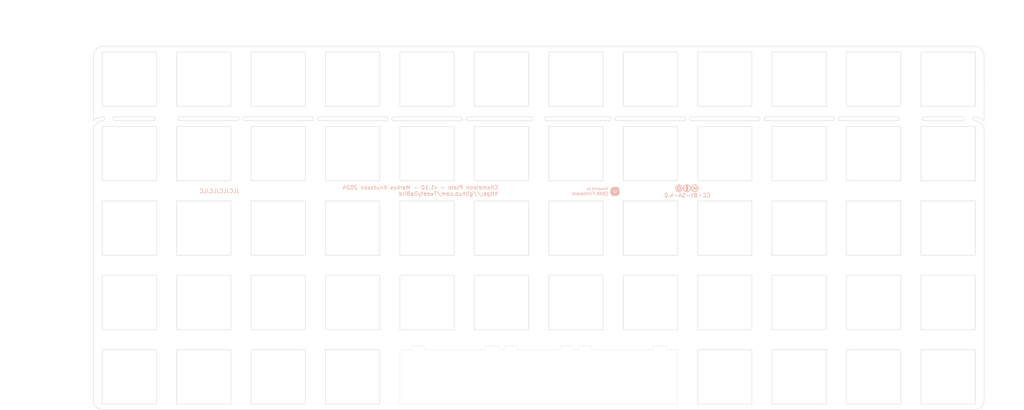
<source format=kicad_pcb>
(kicad_pcb (version 20240108) (generator "pcbnew") (generator_version "8.0")
  (title_block (title "Chameleon Plate") (date "2024-03-19") (rev "v1.10") (company "Tweety's Wild Thinking") (comment 1 "Markus Knutsson <markus.knutsson@tweety.se>") (comment 2 "https://github.com/TweetyDaBird") (comment 3 "Licensed under Creative Commons BY-SA 4.0 International "))
  (layers (0 "F.Cu" signal) (31 "B.Cu" signal) (34 "B.Paste" user) (35 "F.Paste" user) (36 "B.SilkS" user "B.Silkscreen") (37 "F.SilkS" user "F.Silkscreen") (38 "B.Mask" user) (39 "F.Mask" user) (44 "Edge.Cuts" user))
  (net 0 "")
  (footprint "Keyboard_Plate:SW_MX_Plate_Placeholder_nodrill_NOBORDER_13,9" (layer "F.Cu") (at 66.18 92.08)
    (property "Reference" "SW26" (hide yes))
    (property "Value" "~" (hide yes))
    (fp_line (start -6.95 -6.95) (end -6.95 6.95) (stroke (width 0.1)) (layer "Edge.Cuts"))
    (fp_line (start -6.95 6.95) (end 6.95 6.95) (stroke (width 0.1)) (layer "Edge.Cuts"))
    (fp_line (start 6.95 -6.95) (end -6.95 -6.95) (stroke (width 0.1)) (layer "Edge.Cuts"))
    (fp_line (start 6.95 6.95) (end 6.95 -6.95) (stroke (width 0.1)) (layer "Edge.Cuts"))
  )
  (footprint "Keyboard Common:Spacer PCB hole" (layer "F.Cu") (at 56.655 63.505)
    (property "Reference" "H6" (hide yes))
    (property "Value" "Spacer_PCB" (hide yes))
    (pad "" np_thru_hole circle (at 0 0) (size 3.7 3.7) (drill 3.7) (layers "*.Cu" "*.Mask"))
  )
  (footprint "Keyboard_Plate:SW_MX_Plate_Placeholder_nodrill_NOBORDER_13,9" (layer "F.Cu") (at 218.58 73.03)
    (property "Reference" "SW22" (hide yes))
    (property "Value" "~" (hide yes))
    (fp_line (start -6.95 -6.95) (end -6.95 6.95) (stroke (width 0.1)) (layer "Edge.Cuts"))
    (fp_line (start -6.95 6.95) (end 6.95 6.95) (stroke (width 0.1)) (layer "Edge.Cuts"))
    (fp_line (start 6.95 -6.95) (end -6.95 -6.95) (stroke (width 0.1)) (layer "Edge.Cuts"))
    (fp_line (start 6.95 6.95) (end 6.95 -6.95) (stroke (width 0.1)) (layer "Edge.Cuts"))
  )
  (footprint "Keyboard_Plate:SW_MX_Plate_Placeholder_nodrill_NOBORDER_13,9" (layer "F.Cu") (at 218.58 53.98)
    (property "Reference" "SW10" (hide yes))
    (property "Value" "~" (hide yes))
    (fp_line (start -6.95 -6.95) (end -6.95 6.95) (stroke (width 0.1)) (layer "Edge.Cuts"))
    (fp_line (start -6.95 6.95) (end 6.95 6.95) (stroke (width 0.1)) (layer "Edge.Cuts"))
    (fp_line (start 6.95 -6.95) (end -6.95 -6.95) (stroke (width 0.1)) (layer "Edge.Cuts"))
    (fp_line (start 6.95 6.95) (end 6.95 -6.95) (stroke (width 0.1)) (layer "Edge.Cuts"))
  )
  (footprint "Keyboard_Plate:SW_MX_Plate_Placeholder_nodrill_NOBORDER_13,9" (layer "F.Cu") (at 66.18 111.13)
    (property "Reference" "SW38" (hide yes))
    (property "Value" "~" (hide yes))
    (fp_line (start -6.95 -6.95) (end -6.95 6.95) (stroke (width 0.1)) (layer "Edge.Cuts"))
    (fp_line (start -6.95 6.95) (end 6.95 6.95) (stroke (width 0.1)) (layer "Edge.Cuts"))
    (fp_line (start 6.95 -6.95) (end -6.95 -6.95) (stroke (width 0.1)) (layer "Edge.Cuts"))
    (fp_line (start 6.95 6.95) (end 6.95 -6.95) (stroke (width 0.1)) (layer "Edge.Cuts"))
  )
  (footprint "Keyboard_Plate:SW_MX_Plate_Placeholder_nodrill_NOBORDER_13,9" (layer "F.Cu") (at 47.13 53.98)
    (property "Reference" "SW1" (hide yes))
    (property "Value" "~" (hide yes))
    (fp_line (start -6.95 -6.95) (end -6.95 6.95) (stroke (width 0.1)) (layer "Edge.Cuts"))
    (fp_line (start -6.95 6.95) (end 6.95 6.95) (stroke (width 0.1)) (layer "Edge.Cuts"))
    (fp_line (start 6.95 -6.95) (end -6.95 -6.95) (stroke (width 0.1)) (layer "Edge.Cuts"))
    (fp_line (start 6.95 6.95) (end 6.95 -6.95) (stroke (width 0.1)) (layer "Edge.Cuts"))
  )
  (footprint "Keyboard_Plate:SW_MX_Plate_Placeholder_nodrill_NOBORDER_13,9" (layer "F.Cu") (at 180.48 111.13)
    (property "Reference" "SW44" (hide yes))
    (property "Value" "~" (hide yes))
    (fp_line (start -6.95 -6.95) (end -6.95 6.95) (stroke (width 0.1)) (layer "Edge.Cuts"))
    (fp_line (start -6.95 6.95) (end 6.95 6.95) (stroke (width 0.1)) (layer "Edge.Cuts"))
    (fp_line (start 6.95 -6.95) (end -6.95 -6.95) (stroke (width 0.1)) (layer "Edge.Cuts"))
    (fp_line (start 6.95 6.95) (end 6.95 -6.95) (stroke (width 0.1)) (layer "Edge.Cuts"))
  )
  (footprint "Keyboard_Plate:SW_MX_Plate_Placeholder_nodrill_NOBORDER_13,9" (layer "F.Cu") (at 199.53 130.18)
    (property "Reference" "SW57" (hide yes))
    (property "Value" "~" (hide yes))
    (fp_line (start -6.95 -6.95) (end -6.95 6.95) (stroke (width 0.1)) (layer "Edge.Cuts"))
    (fp_line (start -6.95 6.95) (end 6.95 6.95) (stroke (width 0.1)) (layer "Edge.Cuts"))
    (fp_line (start 6.95 -6.95) (end -6.95 -6.95) (stroke (width 0.1)) (layer "Edge.Cuts"))
    (fp_line (start 6.95 6.95) (end 6.95 -6.95) (stroke (width 0.1)) (layer "Edge.Cuts"))
  )
  (footprint "Keyboard_Plate:SW_MX_Plate_Placeholder_nodrill_NOBORDER_13,9" (layer "F.Cu") (at 199.53 111.13)
    (property "Reference" "SW45" (hide yes))
    (property "Value" "~" (hide yes))
    (fp_line (start -6.95 -6.95) (end -6.95 6.95) (stroke (width 0.1)) (layer "Edge.Cuts"))
    (fp_line (start -6.95 6.95) (end 6.95 6.95) (stroke (width 0.1)) (layer "Edge.Cuts"))
    (fp_line (start 6.95 -6.95) (end -6.95 -6.95) (stroke (width 0.1)) (layer "Edge.Cuts"))
    (fp_line (start 6.95 6.95) (end 6.95 -6.95) (stroke (width 0.1)) (layer "Edge.Cuts"))
  )
  (footprint "Keyboard_Plate:SW_MX_Plate_Placeholder_nodrill_NOBORDER_13,9" (layer "F.Cu") (at 123.33 92.08)
    (property "Reference" "SW29" (hide yes))
    (property "Value" "~" (hide yes))
    (fp_line (start -6.95 -6.95) (end -6.95 6.95) (stroke (width 0.1)) (layer "Edge.Cuts"))
    (fp_line (start -6.95 6.95) (end 6.95 6.95) (stroke (width 0.1)) (layer "Edge.Cuts"))
    (fp_line (start 6.95 -6.95) (end -6.95 -6.95) (stroke (width 0.1)) (layer "Edge.Cuts"))
    (fp_line (start 6.95 6.95) (end 6.95 -6.95) (stroke (width 0.1)) (layer "Edge.Cuts"))
  )
  (footprint "Keyboard_Plate:SW_MX_Plate_Placeholder_nodrill_NOBORDER_13,9" (layer "F.Cu") (at 256.68 92.08)
    (property "Reference" "SW36" (hide yes))
    (property "Value" "~" (hide yes))
    (fp_line (start -6.95 -6.95) (end -6.95 6.95) (stroke (width 0.1)) (layer "Edge.Cuts"))
    (fp_line (start -6.95 6.95) (end 6.95 6.95) (stroke (width 0.1)) (layer "Edge.Cuts"))
    (fp_line (start 6.95 -6.95) (end -6.95 -6.95) (stroke (width 0.1)) (layer "Edge.Cuts"))
    (fp_line (start 6.95 6.95) (end 6.95 -6.95) (stroke (width 0.1)) (layer "Edge.Cuts"))
  )
  (footprint "Keyboard_Plate:SW_MX_Plate_Placeholder_nodrill_NOBORDER_13,9" (layer "F.Cu") (at 199.53 53.98)
    (property "Reference" "SW9" (hide yes))
    (property "Value" "~" (hide yes))
    (fp_line (start -6.95 -6.95) (end -6.95 6.95) (stroke (width 0.1)) (layer "Edge.Cuts"))
    (fp_line (start -6.95 6.95) (end 6.95 6.95) (stroke (width 0.1)) (layer "Edge.Cuts"))
    (fp_line (start 6.95 -6.95) (end -6.95 -6.95) (stroke (width 0.1)) (layer "Edge.Cuts"))
    (fp_line (start 6.95 6.95) (end 6.95 -6.95) (stroke (width 0.1)) (layer "Edge.Cuts"))
  )
  (footprint "Keyboard_Plate:SW_MX_Plate_Placeholder_nodrill_NOBORDER_13,9" (layer "F.Cu") (at 256.68 111.13)
    (property "Reference" "SW48" (hide yes))
    (property "Value" "~" (hide yes))
    (fp_line (start -6.95 -6.95) (end -6.95 6.95) (stroke (width 0.1)) (layer "Edge.Cuts"))
    (fp_line (start -6.95 6.95) (end 6.95 6.95) (stroke (width 0.1)) (layer "Edge.Cuts"))
    (fp_line (start 6.95 -6.95) (end -6.95 -6.95) (stroke (width 0.1)) (layer "Edge.Cuts"))
    (fp_line (start 6.95 6.95) (end 6.95 -6.95) (stroke (width 0.1)) (layer "Edge.Cuts"))
  )
  (footprint "Keyboard_Plate:SW_MX_Plate_Placeholder_nodrill_NOBORDER_13,9" (layer "F.Cu") (at 237.63 130.18)
    (property "Reference" "SW59" (hide yes))
    (property "Value" "~" (hide yes))
    (fp_line (start -6.95 -6.95) (end -6.95 6.95) (stroke (width 0.1)) (layer "Edge.Cuts"))
    (fp_line (start -6.95 6.95) (end 6.95 6.95) (stroke (width 0.1)) (layer "Edge.Cuts"))
    (fp_line (start 6.95 -6.95) (end -6.95 -6.95) (stroke (width 0.1)) (layer "Edge.Cuts"))
    (fp_line (start 6.95 6.95) (end 6.95 -6.95) (stroke (width 0.1)) (layer "Edge.Cuts"))
  )
  (footprint "Keyboard_Plate:SW_MX_Plate_Placeholder_nodrill_NOBORDER_13,9" (layer "F.Cu") (at 142.38 92.08)
    (property "Reference" "SW30" (hide yes))
    (property "Value" "~" (hide yes))
    (fp_line (start -6.95 -6.95) (end -6.95 6.95) (stroke (width 0.1)) (layer "Edge.Cuts"))
    (fp_line (start -6.95 6.95) (end 6.95 6.95) (stroke (width 0.1)) (layer "Edge.Cuts"))
    (fp_line (start 6.95 -6.95) (end -6.95 -6.95) (stroke (width 0.1)) (layer "Edge.Cuts"))
    (fp_line (start 6.95 6.95) (end 6.95 -6.95) (stroke (width 0.1)) (layer "Edge.Cuts"))
  )
  (footprint "Keyboard_Plate:SW_MX_Plate_Placeholder_nodrill_NOBORDER_13,9" (layer "F.Cu") (at 161.43 73.03)
    (property "Reference" "SW19" (hide yes))
    (property "Value" "~" (hide yes))
    (fp_line (start -6.95 -6.95) (end -6.95 6.95) (stroke (width 0.1)) (layer "Edge.Cuts"))
    (fp_line (start -6.95 6.95) (end 6.95 6.95) (stroke (width 0.1)) (layer "Edge.Cuts"))
    (fp_line (start 6.95 -6.95) (end -6.95 -6.95) (stroke (width 0.1)) (layer "Edge.Cuts"))
    (fp_line (start 6.95 6.95) (end 6.95 -6.95) (stroke (width 0.1)) (layer "Edge.Cuts"))
  )
  (footprint "Keyboard_Plate:SW_MX_Plate_Placeholder_nodrill_NOBORDER_13,9" (layer "F.Cu") (at 180.48 53.98)
    (property "Reference" "SW8" (hide yes))
    (property "Value" "~" (hide yes))
    (fp_line (start -6.95 -6.95) (end -6.95 6.95) (stroke (width 0.1)) (layer "Edge.Cuts"))
    (fp_line (start -6.95 6.95) (end 6.95 6.95) (stroke (width 0.1)) (layer "Edge.Cuts"))
    (fp_line (start 6.95 -6.95) (end -6.95 -6.95) (stroke (width 0.1)) (layer "Edge.Cuts"))
    (fp_line (start 6.95 6.95) (end 6.95 -6.95) (stroke (width 0.1)) (layer "Edge.Cuts"))
  )
  (footprint "Keyboard_Plate:SW_MX_Plate_Placeholder_nodrill_NOBORDER_13,9" (layer "F.Cu") (at 123.33 111.13)
    (property "Reference" "SW41" (hide yes))
    (property "Value" "~" (hide yes))
    (fp_line (start -6.95 -6.95) (end -6.95 6.95) (stroke (width 0.1)) (layer "Edge.Cuts"))
    (fp_line (start -6.95 6.95) (end 6.95 6.95) (stroke (width 0.1)) (layer "Edge.Cuts"))
    (fp_line (start 6.95 -6.95) (end -6.95 -6.95) (stroke (width 0.1)) (layer "Edge.Cuts"))
    (fp_line (start 6.95 6.95) (end 6.95 -6.95) (stroke (width 0.1)) (layer "Edge.Cuts"))
  )
  (footprint "Keyboard Common:Spacer PCB hole" (layer "F.Cu") (at 247.155 82.555)
    (property "Reference" "H4" (hide yes))
    (property "Value" "Spacer_PCB" (hide yes))
    (pad "" np_thru_hole circle (at 0 0) (size 3.7 3.7) (drill 3.7) (layers "*.Cu" "*.Mask"))
  )
  (footprint "Keyboard_Plate:SW_MX_Plate_Placeholder_nodrill_NOBORDER_13,9" (layer "F.Cu") (at 237.63 73.03)
    (property "Reference" "SW23" (hide yes))
    (property "Value" "~" (hide yes))
    (fp_line (start -6.95 -6.95) (end -6.95 6.95) (stroke (width 0.1)) (layer "Edge.Cuts"))
    (fp_line (start -6.95 6.95) (end 6.95 6.95) (stroke (width 0.1)) (layer "Edge.Cuts"))
    (fp_line (start 6.95 -6.95) (end -6.95 -6.95) (stroke (width 0.1)) (layer "Edge.Cuts"))
    (fp_line (start 6.95 6.95) (end 6.95 -6.95) (stroke (width 0.1)) (layer "Edge.Cuts"))
  )
  (footprint "Keyboard_Plate:SW_MX_Plate_Placeholder_nodrill_NOBORDER_13,9" (layer "F.Cu") (at 161.43 111.13)
    (property "Reference" "SW43" (hide yes))
    (property "Value" "~" (hide yes))
    (fp_line (start -6.95 -6.95) (end -6.95 6.95) (stroke (width 0.1)) (layer "Edge.Cuts"))
    (fp_line (start -6.95 6.95) (end 6.95 6.95) (stroke (width 0.1)) (layer "Edge.Cuts"))
    (fp_line (start 6.95 -6.95) (end -6.95 -6.95) (stroke (width 0.1)) (layer "Edge.Cuts"))
    (fp_line (start 6.95 6.95) (end 6.95 -6.95) (stroke (width 0.1)) (layer "Edge.Cuts"))
  )
  (footprint "Keyboard_Plate:SW_MX_Plate_Placeholder_nodrill_NOBORDER_13,9" (layer "F.Cu") (at 161.43 53.98)
    (property "Reference" "SW7" (hide yes))
    (property "Value" "~" (hide yes))
    (fp_line (start -6.95 -6.95) (end -6.95 6.95) (stroke (width 0.1)) (layer "Edge.Cuts"))
    (fp_line (start -6.95 6.95) (end 6.95 6.95) (stroke (width 0.1)) (layer "Edge.Cuts"))
    (fp_line (start 6.95 -6.95) (end -6.95 -6.95) (stroke (width 0.1)) (layer "Edge.Cuts"))
    (fp_line (start 6.95 6.95) (end 6.95 -6.95) (stroke (width 0.1)) (layer "Edge.Cuts"))
  )
  (footprint "Keyboard_Plate:SW_MX_Plate_Placeholder_nodrill_NOBORDER_13,9" (layer "F.Cu") (at 85.23 130.18)
    (property "Reference" "SW51" (hide yes))
    (property "Value" "~" (hide yes))
    (fp_line (start -6.95 -6.95) (end -6.95 6.95) (stroke (width 0.1)) (layer "Edge.Cuts"))
    (fp_line (start -6.95 6.95) (end 6.95 6.95) (stroke (width 0.1)) (layer "Edge.Cuts"))
    (fp_line (start 6.95 -6.95) (end -6.95 -6.95) (stroke (width 0.1)) (layer "Edge.Cuts"))
    (fp_line (start 6.95 6.95) (end 6.95 -6.95) (stroke (width 0.1)) (layer "Edge.Cuts"))
  )
  (footprint "Keyboard_Plate:SW_MX_Plate_Placeholder_nodrill_NOBORDER_13,9" (layer "F.Cu") (at 123.33 53.98)
    (property "Reference" "SW5" (hide yes))
    (property "Value" "~" (hide yes))
    (fp_line (start -6.95 -6.95) (end -6.95 6.95) (stroke (width 0.1)) (layer "Edge.Cuts"))
    (fp_line (start -6.95 6.95) (end 6.95 6.95) (stroke (width 0.1)) (layer "Edge.Cuts"))
    (fp_line (start 6.95 -6.95) (end -6.95 -6.95) (stroke (width 0.1)) (layer "Edge.Cuts"))
    (fp_line (start 6.95 6.95) (end 6.95 -6.95) (stroke (width 0.1)) (layer "Edge.Cuts"))
  )
  (footprint "Keyboard_Plate:SW_MX_Plate_Placeholder_nodrill_NOBORDER_13,9" (layer "F.Cu") (at 218.58 92.08)
    (property "Reference" "SW34" (hide yes))
    (property "Value" "~" (hide yes))
    (fp_line (start -6.95 -6.95) (end -6.95 6.95) (stroke (width 0.1)) (layer "Edge.Cuts"))
    (fp_line (start -6.95 6.95) (end 6.95 6.95) (stroke (width 0.1)) (layer "Edge.Cuts"))
    (fp_line (start 6.95 -6.95) (end -6.95 -6.95) (stroke (width 0.1)) (layer "Edge.Cuts"))
    (fp_line (start 6.95 6.95) (end 6.95 -6.95) (stroke (width 0.1)) (layer "Edge.Cuts"))
  )
  (footprint "Keyboard_Plate:SW_MX_Plate_Placeholder_nodrill_NOBORDER_13,9" (layer "F.Cu") (at 47.13 92.08)
    (property "Reference" "SW25" (hide yes))
    (property "Value" "~" (hide yes))
    (fp_line (start -6.95 -6.95) (end -6.95 6.95) (stroke (width 0.1)) (layer "Edge.Cuts"))
    (fp_line (start -6.95 6.95) (end 6.95 6.95) (stroke (width 0.1)) (layer "Edge.Cuts"))
    (fp_line (start 6.95 -6.95) (end -6.95 -6.95) (stroke (width 0.1)) (layer "Edge.Cuts"))
    (fp_line (start 6.95 6.95) (end 6.95 -6.95) (stroke (width 0.1)) (layer "Edge.Cuts"))
  )
  (footprint "Keyboard_Plate:SW_MX_Plate_Placeholder_nodrill_NOBORDER_13,9" (layer "F.Cu") (at 142.38 53.98)
    (property "Reference" "SW6" (hide yes))
    (property "Value" "~" (hide yes))
    (fp_line (start -6.95 -6.95) (end -6.95 6.95) (stroke (width 0.1)) (layer "Edge.Cuts"))
    (fp_line (start -6.95 6.95) (end 6.95 6.95) (stroke (width 0.1)) (layer "Edge.Cuts"))
    (fp_line (start 6.95 -6.95) (end -6.95 -6.95) (stroke (width 0.1)) (layer "Edge.Cuts"))
    (fp_line (start 6.95 6.95) (end 6.95 -6.95) (stroke (width 0.1)) (layer "Edge.Cuts"))
  )
  (footprint "Keyboard_Plate:SW_MX_Plate_Placeholder_nodrill_NOBORDER_13,9" (layer "F.Cu") (at 47.13 111.13)
    (property "Reference" "SW37" (hide yes))
    (property "Value" "~" (hide yes))
    (fp_line (start -6.95 -6.95) (end -6.95 6.95) (stroke (width 0.1)) (layer "Edge.Cuts"))
    (fp_line (start -6.95 6.95) (end 6.95 6.95) (stroke (width 0.1)) (layer "Edge.Cuts"))
    (fp_line (start 6.95 -6.95) (end -6.95 -6.95) (stroke (width 0.1)) (layer "Edge.Cuts"))
    (fp_line (start 6.95 6.95) (end 6.95 -6.95) (stroke (width 0.1)) (layer "Edge.Cuts"))
  )
  (footprint "Keyboard_Plate:SW_MX_Plate_Placeholder_nodrill_NOBORDER_13,9" (layer "F.Cu") (at 218.58 130.18)
    (property "Reference" "SW58" (hide yes))
    (property "Value" "~" (hide yes))
    (fp_line (start -6.95 -6.95) (end -6.95 6.95) (stroke (width 0.1)) (layer "Edge.Cuts"))
    (fp_line (start -6.95 6.95) (end 6.95 6.95) (stroke (width 0.1)) (layer "Edge.Cuts"))
    (fp_line (start 6.95 -6.95) (end -6.95 -6.95) (stroke (width 0.1)) (layer "Edge.Cuts"))
    (fp_line (start 6.95 6.95) (end 6.95 -6.95) (stroke (width 0.1)) (layer "Edge.Cuts"))
  )
  (footprint "Keyboard_Plate:SW_MX_Plate_Placeholder_nodrill_NOBORDER_13,9" (layer "F.Cu") (at 180.48 73.03)
    (property "Reference" "SW20" (hide yes))
    (property "Value" "~" (hide yes))
    (fp_line (start -6.95 -6.95) (end -6.95 6.95) (stroke (width 0.1)) (layer "Edge.Cuts"))
    (fp_line (start -6.95 6.95) (end 6.95 6.95) (stroke (width 0.1)) (layer "Edge.Cuts"))
    (fp_line (start 6.95 -6.95) (end -6.95 -6.95) (stroke (width 0.1)) (layer "Edge.Cuts"))
    (fp_line (start 6.95 6.95) (end 6.95 -6.95) (stroke (width 0.1)) (layer "Edge.Cuts"))
  )
  (footprint "Keyboard_Plate:SW_MX_Plate_Placeholder_nodrill_NOBORDER_13,9" (layer "F.Cu") (at 256.68 73.03)
    (property "Reference" "SW24" (hide yes))
    (property "Value" "~" (hide yes))
    (fp_line (start -6.95 -6.95) (end -6.95 6.95) (stroke (width 0.1)) (layer "Edge.Cuts"))
    (fp_line (start -6.95 6.95) (end 6.95 6.95) (stroke (width 0.1)) (layer "Edge.Cuts"))
    (fp_line (start 6.95 -6.95) (end -6.95 -6.95) (stroke (width 0.1)) (layer "Edge.Cuts"))
    (fp_line (start 6.95 6.95) (end 6.95 -6.95) (stroke (width 0.1)) (layer "Edge.Cuts"))
  )
  (footprint "Keyboard_Plate:SW_MX_Plate_Placeholder_nodrill_NOBORDER_13,9" (layer "F.Cu") (at 66.18 130.18)
    (property "Reference" "SW50" (hide yes))
    (property "Value" "~" (hide yes))
    (fp_line (start -6.95 -6.95) (end -6.95 6.95) (stroke (width 0.1)) (layer "Edge.Cuts"))
    (fp_line (start -6.95 6.95) (end 6.95 6.95) (stroke (width 0.1)) (layer "Edge.Cuts"))
    (fp_line (start 6.95 -6.95) (end -6.95 -6.95) (stroke (width 0.1)) (layer "Edge.Cuts"))
    (fp_line (start 6.95 6.95) (end 6.95 -6.95) (stroke (width 0.1)) (layer "Edge.Cuts"))
  )
  (footprint "Keyboard_Plate:SW_MX_Plate_Placeholder_nodrill_NOBORDER_13,9" (layer "F.Cu") (at 237.63 53.98)
    (property "Reference" "SW11" (hide yes))
    (property "Value" "~" (hide yes))
    (fp_line (start -6.95 -6.95) (end -6.95 6.95) (stroke (width 0.1)) (layer "Edge.Cuts"))
    (fp_line (start -6.95 6.95) (end 6.95 6.95) (stroke (width 0.1)) (layer "Edge.Cuts"))
    (fp_line (start 6.95 -6.95) (end -6.95 -6.95) (stroke (width 0.1)) (layer "Edge.Cuts"))
    (fp_line (start 6.95 6.95) (end 6.95 -6.95) (stroke (width 0.1)) (layer "Edge.Cuts"))
  )
  (footprint "Keyboard Common:Spacer PCB hole" (layer "F.Cu") (at 56.655 82.555)
    (property "Reference" "H1" (hide yes))
    (property "Value" "Spacer_PCB" (hide yes))
    (pad "" np_thru_hole circle (at 0 0) (size 3.7 3.7) (drill 3.7) (layers "*.Cu" "*.Mask"))
  )
  (footprint "Keyboard_Plate:SW_MX_Plate_Placeholder_nodrill_NOBORDER_13,9" (layer "F.Cu") (at 142.38 73.03)
    (property "Reference" "SW18" (hide yes))
    (property "Value" "~" (hide yes))
    (fp_line (start -6.95 -6.95) (end -6.95 6.95) (stroke (width 0.1)) (layer "Edge.Cuts"))
    (fp_line (start -6.95 6.95) (end 6.95 6.95) (stroke (width 0.1)) (layer "Edge.Cuts"))
    (fp_line (start 6.95 -6.95) (end -6.95 -6.95) (stroke (width 0.1)) (layer "Edge.Cuts"))
    (fp_line (start 6.95 6.95) (end 6.95 -6.95) (stroke (width 0.1)) (layer "Edge.Cuts"))
  )
  (footprint "Keyboard_Plate:SW_MX_Plate_Placeholder_nodrill_NOBORDER_13,9" (layer "F.Cu") (at 85.23 111.13)
    (property "Reference" "SW39" (hide yes))
    (property "Value" "~" (hide yes))
    (fp_line (start -6.95 -6.95) (end -6.95 6.95) (stroke (width 0.1)) (layer "Edge.Cuts"))
    (fp_line (start -6.95 6.95) (end 6.95 6.95) (stroke (width 0.1)) (layer "Edge.Cuts"))
    (fp_line (start 6.95 -6.95) (end -6.95 -6.95) (stroke (width 0.1)) (layer "Edge.Cuts"))
    (fp_line (start 6.95 6.95) (end 6.95 -6.95) (stroke (width 0.1)) (layer "Edge.Cuts"))
  )
  (footprint "Keyboard_Plate:SW_MX_Plate_Placeholder_nodrill_NOBORDER_13,9" (layer "F.Cu") (at 104.28 73.03)
    (property "Reference" "SW16" (hide yes))
    (property "Value" "~" (hide yes))
    (fp_line (start -6.95 -6.95) (end -6.95 6.95) (stroke (width 0.1)) (layer "Edge.Cuts"))
    (fp_line (start -6.95 6.95) (end 6.95 6.95) (stroke (width 0.1)) (layer "Edge.Cuts"))
    (fp_line (start 6.95 -6.95) (end -6.95 -6.95) (stroke (width 0.1)) (layer "Edge.Cuts"))
    (fp_line (start 6.95 6.95) (end 6.95 -6.95) (stroke (width 0.1)) (layer "Edge.Cuts"))
  )
  (footprint "Keyboard Common:Spacer PCB hole" (layer "F.Cu") (at 56.655 120.655)
    (property "Reference" "H2" (hide yes))
    (property "Value" "Spacer_PCB" (hide yes))
    (pad "" np_thru_hole circle (at 0 0) (size 3.7 3.7) (drill 3.7) (layers "*.Cu" "*.Mask"))
  )
  (footprint "Keyboard Common:Spacer PCB hole" (layer "F.Cu") (at 247.155 120.655)
    (property "Reference" "H5" (hide yes))
    (property "Value" "Spacer_PCB" (hide yes))
    (pad "" np_thru_hole circle (at 0 0) (size 3.7 3.7) (drill 3.7) (layers "*.Cu" "*.Mask"))
  )
  (footprint "Keyboard_Plate:SW_MX_Plate_Placeholder_nodrill_NOBORDER_13,9" (layer "F.Cu") (at 180.48 92.08)
    (property "Reference" "SW32" (hide yes))
    (property "Value" "~" (hide yes))
    (fp_line (start -6.95 -6.95) (end -6.95 6.95) (stroke (width 0.1)) (layer "Edge.Cuts"))
    (fp_line (start -6.95 6.95) (end 6.95 6.95) (stroke (width 0.1)) (layer "Edge.Cuts"))
    (fp_line (start 6.95 -6.95) (end -6.95 -6.95) (stroke (width 0.1)) (layer "Edge.Cuts"))
    (fp_line (start 6.95 6.95) (end 6.95 -6.95) (stroke (width 0.1)) (layer "Edge.Cuts"))
  )
  (footprint "Keyboard_Plate:SW_MX_Plate_Placeholder_nodrill_NOBORDER_13,9" (layer "F.Cu") (at 237.63 111.13)
    (property "Reference" "SW47" (hide yes))
    (property "Value" "~" (hide yes))
    (fp_line (start -6.95 -6.95) (end -6.95 6.95) (stroke (width 0.1)) (layer "Edge.Cuts"))
    (fp_line (start -6.95 6.95) (end 6.95 6.95) (stroke (width 0.1)) (layer "Edge.Cuts"))
    (fp_line (start 6.95 -6.95) (end -6.95 -6.95) (stroke (width 0.1)) (layer "Edge.Cuts"))
    (fp_line (start 6.95 6.95) (end 6.95 -6.95) (stroke (width 0.1)) (layer "Edge.Cuts"))
  )
  (footprint "Keyboard_Plate:SW_MX_Plate_Placeholder_nodrill_NOBORDER_13,9" (layer "F.Cu") (at 47.13 130.18)
    (property "Reference" "SW49" (hide yes))
    (property "Value" "~" (hide yes))
    (fp_line (start -6.95 -6.95) (end -6.95 6.95) (stroke (width 0.1)) (layer "Edge.Cuts"))
    (fp_line (start -6.95 6.95) (end 6.95 6.95) (stroke (width 0.1)) (layer "Edge.Cuts"))
    (fp_line (start 6.95 -6.95) (end -6.95 -6.95) (stroke (width 0.1)) (layer "Edge.Cuts"))
    (fp_line (start 6.95 6.95) (end 6.95 -6.95) (stroke (width 0.1)) (layer "Edge.Cuts"))
  )
  (footprint "Keyboard_Plate:SW_MX_Plate_Placeholder_nodrill_NOBORDER_13,9" (layer "F.Cu") (at 199.53 92.08)
    (property "Reference" "SW33" (hide yes))
    (property "Value" "~" (hide yes))
    (fp_line (start -6.95 -6.95) (end -6.95 6.95) (stroke (width 0.1)) (layer "Edge.Cuts"))
    (fp_line (start -6.95 6.95) (end 6.95 6.95) (stroke (width 0.1)) (layer "Edge.Cuts"))
    (fp_line (start 6.95 -6.95) (end -6.95 -6.95) (stroke (width 0.1)) (layer "Edge.Cuts"))
    (fp_line (start 6.95 6.95) (end 6.95 -6.95) (stroke (width 0.1)) (layer "Edge.Cuts"))
  )
  (footprint "Keyboard_Plate:SW_MX_Plate_Placeholder_nodrill_NOBORDER_13,9" (layer "F.Cu") (at 104.28 92.08)
    (property "Reference" "SW28" (hide yes))
    (property "Value" "~" (hide yes))
    (fp_line (start -6.95 -6.95) (end -6.95 6.95) (stroke (width 0.1)) (layer "Edge.Cuts"))
    (fp_line (start -6.95 6.95) (end 6.95 6.95) (stroke (width 0.1)) (layer "Edge.Cuts"))
    (fp_line (start 6.95 -6.95) (end -6.95 -6.95) (stroke (width 0.1)) (layer "Edge.Cuts"))
    (fp_line (start 6.95 6.95) (end 6.95 -6.95) (stroke (width 0.1)) (layer "Edge.Cuts"))
  )
  (footprint "Keyboard_Plate:SW_MX_Plate_Placeholder_nodrill_NOBORDER_13,9" (layer "F.Cu") (at 256.68 130.18)
    (property "Reference" "SW60" (hide yes))
    (property "Value" "~" (hide yes))
    (fp_line (start -6.95 -6.95) (end -6.95 6.95) (stroke (width 0.1)) (layer "Edge.Cuts"))
    (fp_line (start -6.95 6.95) (end 6.95 6.95) (stroke (width 0.1)) (layer "Edge.Cuts"))
    (fp_line (start 6.95 -6.95) (end -6.95 -6.95) (stroke (width 0.1)) (layer "Edge.Cuts"))
    (fp_line (start 6.95 6.95) (end 6.95 -6.95) (stroke (width 0.1)) (layer "Edge.Cuts"))
  )
  (footprint "Keyboard Common:Spacer PCB hole" (layer "F.Cu") (at 247.155 63.505)
    (property "Reference" "H7" (hide yes))
    (property "Value" "Spacer_PCB" (hide yes))
    (pad "" np_thru_hole circle (at 0 0) (size 3.7 3.7) (drill 3.7) (layers "*.Cu" "*.Mask"))
  )
  (footprint "Keyboard_Plate:SW_MX_Plate_Placeholder_nodrill_NOBORDER_13,9" (layer "F.Cu") (at 66.18 73.03)
    (property "Reference" "SW14" (hide yes))
    (property "Value" "~" (hide yes))
    (fp_line (start -6.95 -6.95) (end -6.95 6.95) (stroke (width 0.1)) (layer "Edge.Cuts"))
    (fp_line (start -6.95 6.95) (end 6.95 6.95) (stroke (width 0.1)) (layer "Edge.Cuts"))
    (fp_line (start 6.95 -6.95) (end -6.95 -6.95) (stroke (width 0.1)) (layer "Edge.Cuts"))
    (fp_line (start 6.95 6.95) (end 6.95 -6.95) (stroke (width 0.1)) (layer "Edge.Cuts"))
  )
  (footprint "Keyboard_Plate:SW_MX_Plate_Placeholder_nodrill_NOBORDER_13,9" (layer "F.Cu") (at 256.68 53.98)
    (property "Reference" "SW12" (hide yes))
    (property "Value" "~" (hide yes))
    (fp_line (start -6.95 -6.95) (end -6.95 6.95) (stroke (width 0.1)) (layer "Edge.Cuts"))
    (fp_line (start -6.95 6.95) (end 6.95 6.95) (stroke (width 0.1)) (layer "Edge.Cuts"))
    (fp_line (start 6.95 -6.95) (end -6.95 -6.95) (stroke (width 0.1)) (layer "Edge.Cuts"))
    (fp_line (start 6.95 6.95) (end 6.95 -6.95) (stroke (width 0.1)) (layer "Edge.Cuts"))
  )
  (footprint "Keyboard_Plate:Special 4u center" (layer "F.Cu") (at 151.905 130.18 180)
    (property "Reference" "SW62" (hide yes))
    (property "Value" "~")
    (fp_line (start 35.525 6.95) (end 35.525 -6.95) (stroke (width 0.05)) (layer "Edge.Cuts"))
    (fp_line (start 35.525 6.95) (end 32.6 6.95) (stroke (width 0.05)) (layer "Edge.Cuts"))
    (fp_line (start 32.6 7.97) (end 32.6 6.95) (stroke (width 0.05)) (layer "Edge.Cuts"))
    (fp_line (start 29.3 7.97) (end 32.6 7.97) (stroke (width 0.05)) (layer "Edge.Cuts"))
    (fp_line (start 29.3 7.97) (end 29.3 6.95) (stroke (width 0.05)) (layer "Edge.Cuts"))
    (fp_line (start 13.55 7.97) (end 13.55 6.95) (stroke (width 0.05)) (layer "Edge.Cuts"))
    (fp_line (start 13.55 6.95) (end 29.3 6.95) (stroke (width 0.05)) (layer "Edge.Cuts"))
    (fp_line (start 10.25 7.97) (end 13.55 7.97) (stroke (width 0.05)) (layer "Edge.Cuts"))
    (fp_line (start 10.25 7.97) (end 10.25 6.95) (stroke (width 0.05)) (layer "Edge.Cuts"))
    (fp_line (start 10.25 6.95) (end 8.8 6.95) (stroke (width 0.05)) (layer "Edge.Cuts"))
    (fp_line (start 8.8 7.97) (end 8.8 6.95) (stroke (width 0.05)) (layer "Edge.Cuts"))
    (fp_line (start 5.5 7.97) (end 8.8 7.97) (stroke (width 0.05)) (layer "Edge.Cuts"))
    (fp_line (start 5.5 7.97) (end 5.5 6.95) (stroke (width 0.05)) (layer "Edge.Cuts"))
    (fp_line (start -5.5 7.97) (end -5.5 6.95) (stroke (width 0.05)) (layer "Edge.Cuts"))
    (fp_line (start -5.5 6.95) (end 5.5 6.95) (stroke (width 0.05)) (layer "Edge.Cuts"))
    (fp_line (start -8.8 7.97) (end -5.5 7.97) (stroke (width 0.05)) (layer "Edge.Cuts"))
    (fp_line (start -8.8 7.97) (end -8.8 6.95) (stroke (width 0.05)) (layer "Edge.Cuts"))
    (fp_line (start -8.8 6.95) (end -10.25 6.95) (stroke (width 0.05)) (layer "Edge.Cuts"))
    (fp_line (start -10.25 7.97) (end -10.25 6.95) (stroke (width 0.05)) (layer "Edge.Cuts"))
    (fp_line (start -10.25 7.97) (end -13.55 7.97) (stroke (width 0.05)) (layer "Edge.Cuts"))
    (fp_line (start -13.55 7.97) (end -13.55 6.95) (stroke (width 0.05)) (layer "Edge.Cuts"))
    (fp_line (start -29.3 7.97) (end -29.3 6.95) (stroke (width 0.05)) (layer "Edge.Cuts"))
    (fp_line (start -29.3 7.97) (end -32.6 7.97) (stroke (width 0.05)) (layer "Edge.Cuts"))
    (fp_line (start -29.3 6.95) (end -13.55 6.95) (stroke (width 0.05)) (layer "Edge.Cuts"))
    (fp_line (start -32.6 7.97) (end -32.6 6.95) (stroke (width 0.05)) (layer "Edge.Cuts"))
    (fp_line (start -35.525 6.95) (end -32.6 6.95) (stroke (width 0.05)) (layer "Edge.Cuts"))
    (fp_line (start -35.525 -6.95) (end 35.525 -6.95) (stroke (width 0.05)) (layer "Edge.Cuts"))
    (fp_line (start -35.525 -6.95) (end -35.525 6.95) (stroke (width 0.05)) (layer "Edge.Cuts"))
  )
  (footprint "Keyboard_Plate:SW_MX_Plate_Placeholder_nodrill_NOBORDER_13,9" (layer "F.Cu") (at 85.23 53.98 180)
    (property "Reference" "SW3" (hide yes))
    (property "Value" "~" (hide yes))
    (fp_line (start 6.95 6.95) (end 6.95 -6.95) (stroke (width 0.1)) (layer "Edge.Cuts"))
    (fp_line (start 6.95 -6.95) (end -6.95 -6.95) (stroke (width 0.1)) (layer "Edge.Cuts"))
    (fp_line (start -6.95 6.95) (end 6.95 6.95) (stroke (width 0.1)) (layer "Edge.Cuts"))
    (fp_line (start -6.95 -6.95) (end -6.95 6.95) (stroke (width 0.1)) (layer "Edge.Cuts"))
  )
  (footprint "Keyboard_Plate:SW_MX_Plate_Placeholder_nodrill_NOBORDER_13,9" (layer "F.Cu") (at 142.38 111.13)
    (property "Reference" "SW42" (hide yes))
    (property "Value" "~" (hide yes))
    (fp_line (start -6.95 -6.95) (end -6.95 6.95) (stroke (width 0.1)) (layer "Edge.Cuts"))
    (fp_line (start -6.95 6.95) (end 6.95 6.95) (stroke (width 0.1)) (layer "Edge.Cuts"))
    (fp_line (start 6.95 -6.95) (end -6.95 -6.95) (stroke (width 0.1)) (layer "Edge.Cuts"))
    (fp_line (start 6.95 6.95) (end 6.95 -6.95) (stroke (width 0.1)) (layer "Edge.Cuts"))
  )
  (footprint "Keyboard_Plate:SW_MX_Plate_Placeholder_nodrill_NOBORDER_13,9" (layer "F.Cu") (at 47.13 73.03)
    (property "Reference" "SW13" (hide yes))
    (property "Value" "~" (hide yes))
    (fp_line (start -6.95 -6.95) (end -6.95 6.95) (stroke (width 0.1)) (layer "Edge.Cuts"))
    (fp_line (start -6.95 6.95) (end 6.95 6.95) (stroke (width 0.1)) (layer "Edge.Cuts"))
    (fp_line (start 6.95 -6.95) (end -6.95 -6.95) (stroke (width 0.1)) (layer "Edge.Cuts"))
    (fp_line (start 6.95 6.95) (end 6.95 -6.95) (stroke (width 0.1)) (layer "Edge.Cuts"))
  )
  (footprint "Keyboard_Plate:SW_MX_Plate_Placeholder_nodrill_NOBORDER_13,9" (layer "F.Cu") (at 66.18 53.98 180)
    (property "Reference" "SW2" (hide yes))
    (property "Value" "~" (hide yes))
    (fp_line (start 6.95 6.95) (end 6.95 -6.95) (stroke (width 0.1)) (layer "Edge.Cuts"))
    (fp_line (start 6.95 -6.95) (end -6.95 -6.95) (stroke (width 0.1)) (layer "Edge.Cuts"))
    (fp_line (start -6.95 6.95) (end 6.95 6.95) (stroke (width 0.1)) (layer "Edge.Cuts"))
    (fp_line (start -6.95 -6.95) (end -6.95 6.95) (stroke (width 0.1)) (layer "Edge.Cuts"))
  )
  (footprint "Keyboard_Plate:SW_MX_Plate_Placeholder_nodrill_NOBORDER_13,9" (layer "F.Cu") (at 199.53 73.03)
    (property "Reference" "SW21" (hide yes))
    (property "Value" "~" (hide yes))
    (fp_line (start -6.95 -6.95) (end -6.95 6.95) (stroke (width 0.1)) (layer "Edge.Cuts"))
    (fp_line (start -6.95 6.95) (end 6.95 6.95) (stroke (width 0.1)) (layer "Edge.Cuts"))
    (fp_line (start 6.95 -6.95) (end -6.95 -6.95) (stroke (width 0.1)) (layer "Edge.Cuts"))
    (fp_line (start 6.95 6.95) (end 6.95 -6.95) (stroke (width 0.1)) (layer "Edge.Cuts"))
  )
  (footprint "Keyboard_Plate:SW_MX_Plate_Placeholder_nodrill_NOBORDER_13,9" (layer "F.Cu") (at 218.58 111.13)
    (property "Reference" "SW46" (hide yes))
    (property "Value" "~" (hide yes))
    (fp_line (start -6.95 -6.95) (end -6.95 6.95) (stroke (width 0.1)) (layer "Edge.Cuts"))
    (fp_line (start -6.95 6.95) (end 6.95 6.95) (stroke (width 0.1)) (layer "Edge.Cuts"))
    (fp_line (start 6.95 -6.95) (end -6.95 -6.95) (stroke (width 0.1)) (layer "Edge.Cuts"))
    (fp_line (start 6.95 6.95) (end 6.95 -6.95) (stroke (width 0.1)) (layer "Edge.Cuts"))
  )
  (footprint "Keyboard_Plate:SW_MX_Plate_Placeholder_nodrill_NOBORDER_13,9" (layer "F.Cu") (at 123.33 73.03)
    (property "Reference" "SW17" (hide yes))
    (property "Value" "~" (hide yes))
    (fp_line (start -6.95 -6.95) (end -6.95 6.95) (stroke (width 0.1)) (layer "Edge.Cuts"))
    (fp_line (start -6.95 6.95) (end 6.95 6.95) (stroke (width 0.1)) (layer "Edge.Cuts"))
    (fp_line (start 6.95 -6.95) (end -6.95 -6.95) (stroke (width 0.1)) (layer "Edge.Cuts"))
    (fp_line (start 6.95 6.95) (end 6.95 -6.95) (stroke (width 0.1)) (layer "Edge.Cuts"))
  )
  (footprint "Keyboard_Plate:SW_MX_Plate_Placeholder_nodrill_NOBORDER_13,9" (layer "F.Cu") (at 85.23 92.08)
    (property "Reference" "SW27" (hide yes))
    (property "Value" "~" (hide yes))
    (fp_line (start -6.95 -6.95) (end -6.95 6.95) (stroke (width 0.1)) (layer "Edge.Cuts"))
    (fp_line (start -6.95 6.95) (end 6.95 6.95) (stroke (width 0.1)) (layer "Edge.Cuts"))
    (fp_line (start 6.95 -6.95) (end -6.95 -6.95) (stroke (width 0.1)) (layer "Edge.Cuts"))
    (fp_line (start 6.95 6.95) (end 6.95 -6.95) (stroke (width 0.1)) (layer "Edge.Cuts"))
  )
  (footprint "Keyboard_Plate:SW_MX_Plate_Placeholder_nodrill_NOBORDER_13,9" (layer "F.Cu") (at 104.28 111.13)
    (property "Reference" "SW40" (hide yes))
    (property "Value" "~" (hide yes))
    (fp_line (start -6.95 -6.95) (end -6.95 6.95) (stroke (width 0.1)) (layer "Edge.Cuts"))
    (fp_line (start -6.95 6.95) (end 6.95 6.95) (stroke (width 0.1)) (layer "Edge.Cuts"))
    (fp_line (start 6.95 -6.95) (end -6.95 -6.95) (stroke (width 0.1)) (layer "Edge.Cuts"))
    (fp_line (start 6.95 6.95) (end 6.95 -6.95) (stroke (width 0.1)) (layer "Edge.Cuts"))
  )
  (footprint "Keyboard_Plate:SW_MX_Plate_Placeholder_nodrill_NOBORDER_13,9" (layer "F.Cu") (at 237.63 92.08)
    (property "Reference" "SW35" (hide yes))
    (property "Value" "~" (hide yes))
    (fp_line (start -6.95 -6.95) (end -6.95 6.95) (stroke (width 0.1)) (layer "Edge.Cuts"))
    (fp_line (start -6.95 6.95) (end 6.95 6.95) (stroke (width 0.1)) (layer "Edge.Cuts"))
    (fp_line (start 6.95 -6.95) (end -6.95 -6.95) (stroke (width 0.1)) (layer "Edge.Cuts"))
    (fp_line (start 6.95 6.95) (end 6.95 -6.95) (stroke (width 0.1)) (layer "Edge.Cuts"))
  )
  (footprint "Keyboard Common:Spacer PCB hole" (layer "F.Cu") (at 151.905 101.605)
    (property "Reference" "H3" (hide yes))
    (property "Value" "Spacer_PCB" (hide yes))
    (pad "" np_thru_hole circle (at 0 0) (size 3.7 3.7) (drill 3.7) (layers "*.Cu" "*.Mask"))
  )
  (footprint "Keyboard_Plate:SW_MX_Plate_Placeholder_nodrill_NOBORDER_13,9" (layer "F.Cu") (at 104.28 53.98)
    (property "Reference" "SW4" (hide yes))
    (property "Value" "~" (hide yes))
    (fp_line (start -6.95 -6.95) (end -6.95 6.95) (stroke (width 0.1)) (layer "Edge.Cuts"))
    (fp_line (start -6.95 6.95) (end 6.95 6.95) (stroke (width 0.1)) (layer "Edge.Cuts"))
    (fp_line (start 6.95 -6.95) (end -6.95 -6.95) (stroke (width 0.1)) (layer "Edge.Cuts"))
    (fp_line (start 6.95 6.95) (end 6.95 -6.95) (stroke (width 0.1)) (layer "Edge.Cuts"))
  )
  (footprint "Keyboard_Plate:SW_MX_Plate_Placeholder_nodrill_NOBORDER_13,9" (layer "F.Cu") (at 85.23 73.03)
    (property "Reference" "SW15" (hide yes))
    (property "Value" "~" (hide yes))
    (fp_line (start -6.95 -6.95) (end -6.95 6.95) (stroke (width 0.1)) (layer "Edge.Cuts"))
    (fp_line (start -6.95 6.95) (end 6.95 6.95) (stroke (width 0.1)) (layer "Edge.Cuts"))
    (fp_line (start 6.95 -6.95) (end -6.95 -6.95) (stroke (width 0.1)) (layer "Edge.Cuts"))
    (fp_line (start 6.95 6.95) (end 6.95 -6.95) (stroke (width 0.1)) (layer "Edge.Cuts"))
  )
  (footprint "Keyboard_Plate:SW_MX_Plate_Placeholder_nodrill_NOBORDER_13,9" (layer "F.Cu") (at 161.43 92.08)
    (property "Reference" "SW31" (hide yes))
    (property "Value" "~" (hide yes))
    (fp_line (start -6.95 -6.95) (end -6.95 6.95) (stroke (width 0.1)) (layer "Edge.Cuts"))
    (fp_line (start -6.95 6.95) (end 6.95 6.95) (stroke (width 0.1)) (layer "Edge.Cuts"))
    (fp_line (start 6.95 -6.95) (end -6.95 -6.95) (stroke (width 0.1)) (layer "Edge.Cuts"))
    (fp_line (start 6.95 6.95) (end 6.95 -6.95) (stroke (width 0.1)) (layer "Edge.Cuts"))
  )
  (footprint "Keyboard_Plate:SW_MX_Plate_Placeholder_nodrill_NOBORDER_13,9" (layer "F.Cu") (at 104.28 130.18)
    (property "Reference" "SW52" (hide yes))
    (property "Value" "~" (hide yes))
    (fp_line (start -6.95 -6.95) (end -6.95 6.95) (stroke (width 0.1)) (layer "Edge.Cuts"))
    (fp_line (start -6.95 6.95) (end 6.95 6.95) (stroke (width 0.1)) (layer "Edge.Cuts"))
    (fp_line (start 6.95 -6.95) (end -6.95 -6.95) (stroke (width 0.1)) (layer "Edge.Cuts"))
    (fp_line (start 6.95 6.95) (end 6.95 -6.95) (stroke (width 0.1)) (layer "Edge.Cuts"))
  )
  (footprint "Logotypes:CC_BY_SA_40_tiny" (layer "B.Cu") (at 189.84 81.91 180)
    (property "Reference" "Logo1" (hide yes))
    (property "Value" "CC-BY-SA-4.0" (hide yes))
    (fp_text user "CC-BY-SA-4.0" (at -6.1 -2.36 0) (layer "B.SilkS") (effects (font (thickness 0.153) (bold yes)) (justify left bottom mirror)))
  )
  (footprint "Logotypes:Powered_by_QMK" (layer "B.Cu") (at 166.533982 82.694188 180)
    (property "Reference" "Logo2" (hide yes))
    (property "Value" "QMK_Logo" (hide yes))
  )
  (gr_line (start 265.905 48.055) (end 265.902214 64.642786) (stroke (width 0.1)) (layer "Edge.Cuts"))
  (gr_arc (start 171.955 64.605) (mid 171.455 64.105) (end 171.955 63.605) (stroke (width 0.1)) (layer "Edge.Cuts"))
  (gr_arc (start 43.405 64.605) (mid 42.905 64.105) (end 43.405 63.605) (stroke (width 0.1)) (layer "Edge.Cuts"))
  (gr_arc (start 37.905 48.055) (mid 38.637233 46.287233) (end 40.405 45.555) (stroke (width 0.1)) (layer "Edge.Cuts"))
  (gr_line (start 260.405 63.605) (end 250.555 63.605001) (stroke (width 0.1)) (layer "Edge.Cuts"))
  (gr_arc (start 191.005 64.605) (mid 190.505 64.105) (end 191.005 63.605) (stroke (width 0.1)) (layer "Edge.Cuts"))
  (gr_line (start 37.905 67.105) (end 37.905 136.105) (stroke (width 0.1)) (layer "Edge.Cuts"))
  (gr_arc (start 153.905 64.605) (mid 153.405 64.105) (end 153.905 63.605) (stroke (width 0.1)) (layer "Edge.Cuts"))
  (gr_arc (start 189.005 63.605) (mid 189.505 64.105) (end 189.005 64.605) (stroke (width 0.1)) (layer "Edge.Cuts"))
  (gr_arc (start 227.105 63.605) (mid 227.605 64.105) (end 227.105 64.605) (stroke (width 0.1)) (layer "Edge.Cuts"))
  (gr_arc (start 250.555 64.605) (mid 250.055 64.105) (end 250.555 63.605) (stroke (width 0.1)) (layer "Edge.Cuts"))
  (gr_line (start 208.055 63.605) (end 191.005 63.605) (stroke (width 0.1)) (layer "Edge.Cuts"))
  (gr_line (start 189.005 64.605) (end 171.955 64.605) (stroke (width 0.1)) (layer "Edge.Cuts"))
  (gr_arc (start 263.405 64.605) (mid 265.172767 65.337233) (end 265.905 67.105) (stroke (width 0.1)) (layer "Edge.Cuts"))
  (gr_line (start 131.855 63.605) (end 114.805 63.605) (stroke (width 0.1)) (layer "Edge.Cuts"))
  (gr_arc (start 37.905 67.105) (mid 38.637233 65.337233) (end 40.405 64.605) (stroke (width 0.1)) (layer "Edge.Cuts"))
  (gr_line (start 243.755 63.605) (end 229.105 63.605) (stroke (width 0.1)) (layer "Edge.Cuts"))
  (gr_line (start 227.105 64.605) (end 210.055 64.605) (stroke (width 0.1)) (layer "Edge.Cuts"))
  (gr_arc (start 263.405 63.605001) (mid 264.75651 63.876288) (end 265.902214 64.642786) (stroke (width 0.1)) (layer "Edge.Cuts"))
  (gr_arc (start 208.055 63.605) (mid 208.555 64.105) (end 208.055 64.605) (stroke (width 0.1)) (layer "Edge.Cuts"))
  (gr_arc (start 243.755 63.605) (mid 244.255 64.105) (end 243.755 64.605) (stroke (width 0.1)) (layer "Edge.Cuts"))
  (gr_line (start 265.905 67.105) (end 265.905 136.105) (stroke (width 0.1)) (layer "Edge.Cuts"))
  (gr_line (start 93.755 64.605) (end 76.705 64.605) (stroke (width 0.1)) (layer "Edge.Cuts"))
  (gr_arc (start 229.105 64.605) (mid 228.605 64.105) (end 229.105 63.605) (stroke (width 0.1)) (layer "Edge.Cuts"))
  (gr_line (start 227.105 63.605) (end 210.055 63.605) (stroke (width 0.1)) (layer "Edge.Cuts"))
  (gr_arc (start 210.055 64.605) (mid 209.555 64.105) (end 210.055 63.605) (stroke (width 0.1)) (layer "Edge.Cuts"))
  (gr_line (start 112.805 64.605) (end 95.755 64.605) (stroke (width 0.1)) (layer "Edge.Cuts"))
  (gr_line (start 169.955 63.605) (end 153.905 63.605) (stroke (width 0.1)) (layer "Edge.Cuts"))
  (gr_line (start 53.255 64.605) (end 43.405 64.605) (stroke (width 0.1)) (layer "Edge.Cuts"))
  (gr_arc (start 40.405 63.605) (mid 40.905 64.105) (end 40.405 64.605) (stroke (width 0.1)) (layer "Edge.Cuts"))
  (gr_arc (start 74.705 63.605) (mid 75.205 64.105) (end 74.705 64.605) (stroke (width 0.1)) (layer "Edge.Cuts"))
  (gr_line (start 243.755 64.605) (end 229.105 64.605) (stroke (width 0.1)) (layer "Edge.Cuts"))
  (gr_line (start 189.005 63.605) (end 171.955 63.605) (stroke (width 0.1)) (layer "Edge.Cuts"))
  (gr_line (start 169.955 64.605) (end 153.905 64.605) (stroke (width 0.1)) (layer "Edge.Cuts"))
  (gr_line (start 93.755 63.605) (end 76.705 63.605) (stroke (width 0.1)) (layer "Edge.Cuts"))
  (gr_arc (start 263.405 45.555) (mid 265.172767 46.287233) (end 265.905 48.055) (stroke (width 0.1)) (layer "Edge.Cuts"))
  (gr_line (start 131.855 64.605) (end 114.805 64.605) (stroke (width 0.1)) (layer "Edge.Cuts"))
  (gr_line (start 112.805 63.605) (end 95.755 63.605) (stroke (width 0.1)) (layer "Edge.Cuts"))
  (gr_arc (start 133.855 64.605) (mid 133.355 64.105) (end 133.855 63.605) (stroke (width 0.1)) (layer "Edge.Cuts"))
  (gr_line (start 149.905 64.605) (end 133.855 64.605) (stroke (width 0.1)) (layer "Edge.Cuts"))
  (gr_line (start 53.255 63.605) (end 43.405 63.605) (stroke (width 0.1)) (layer "Edge.Cuts"))
  (gr_line (start 149.905 63.605) (end 133.855 63.605) (stroke (width 0.1)) (layer "Edge.Cuts"))
  (gr_arc (start 76.705 64.605) (mid 76.205 64.105) (end 76.705 63.605) (stroke (width 0.1)) (layer "Edge.Cuts"))
  (gr_line (start 208.055 64.605) (end 191.005 64.605) (stroke (width 0.1)) (layer "Edge.Cuts"))
  (gr_line (start 37.905 64.643) (end 37.905 48.055) (stroke (width 0.1)) (layer "Edge.Cuts"))
  (gr_line (start 74.705 64.605) (end 60.055 64.605) (stroke (width 0.1)) (layer "Edge.Cuts"))
  (gr_arc (start 169.955 63.605) (mid 170.455 64.105) (end 169.955 64.605) (stroke (width 0.1)) (layer "Edge.Cuts"))
  (gr_arc (start 131.855 63.605) (mid 132.355 64.105) (end 131.855 64.605) (stroke (width 0.1)) (layer "Edge.Cuts"))
  (gr_arc (start 149.905 63.605) (mid 150.405 64.105) (end 149.905 64.605) (stroke (width 0.1)) (layer "Edge.Cuts"))
  (gr_arc (start 93.755 63.605) (mid 94.255 64.105) (end 93.755 64.605) (stroke (width 0.1)) (layer "Edge.Cuts"))
  (gr_arc (start 60.055 64.605) (mid 59.555 64.105) (end 60.055 63.605) (stroke (width 0.1)) (layer "Edge.Cuts"))
  (gr_line (start 263.405 45.555) (end 40.405 45.555) (stroke (width 0.1)) (layer "Edge.Cuts"))
  (gr_line (start 74.705 63.605) (end 60.055 63.605) (stroke (width 0.1)) (layer "Edge.Cuts"))
  (gr_arc (start 260.405 63.605) (mid 260.905 64.105) (end 260.405 64.605) (stroke (width 0.1)) (layer "Edge.Cuts"))
  (gr_arc (start 37.905 64.643) (mid 39.050718 63.876536) (end 40.402214 63.605215) (stroke (width 0.1)) (layer "Edge.Cuts"))
  (gr_arc (start 263.405 64.605) (mid 262.905 64.105) (end 263.405 63.605) (stroke (width 0.1)) (layer "Edge.Cuts"))
  (gr_arc (start 114.805 64.605) (mid 114.305 64.105) (end 114.805 63.605) (stroke (width 0.1)) (layer "Edge.Cuts"))
  (gr_line (start 260.405 64.605) (end 250.555 64.605) (stroke (width 0.1)) (layer "Edge.Cuts"))
  (gr_arc (start 40.405 138.605) (mid 38.637233 137.872767) (end 37.905 136.105) (stroke (width 0.1)) (layer "Edge.Cuts"))
  (gr_line (start 40.405 138.605) (end 263.405 138.605) (stroke (width 0.1)) (layer "Edge.Cuts"))
  (gr_arc (start 53.255 63.605) (mid 53.755 64.105) (end 53.255 64.605) (stroke (width 0.1)) (layer "Edge.Cuts"))
  (gr_arc (start 265.905 136.105) (mid 265.172767 137.872767) (end 263.405 138.605) (stroke (width 0.1)) (layer "Edge.Cuts"))
  (gr_arc (start 95.755 64.605) (mid 95.255 64.105) (end 95.755 63.605) (stroke (width 0.1)) (layer "Edge.Cuts"))
  (gr_arc (start 112.805 63.605) (mid 113.305 64.105) (end 112.805 64.605) (stroke (width 0.1)) (layer "Edge.Cuts"))
  (gr_text "Chameleon Plate - v1.10 - Markus Knutsson 2024\nhttps://github.com/TweetyDaBird" (at 141.57 83.88 0) (layer "B.SilkS") (effects (font (size 1 1) (thickness 0.153) (bold yes)) (justify left bottom mirror)))
  (gr_text "JLCJLCJLCJLC" (at 75.4 83.19 0) (layer "B.SilkS") (effects (font (size 1 1) (thickness 0.153)) (justify left bottom mirror)))
)
</source>
